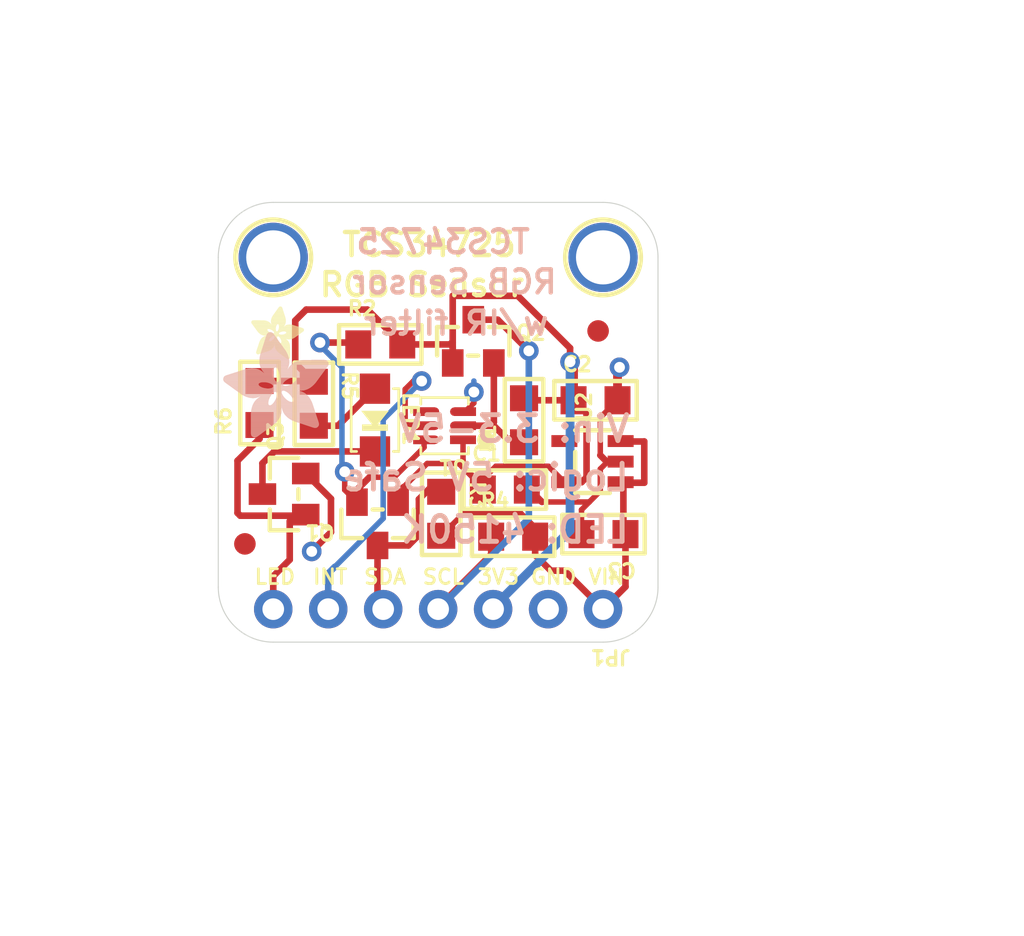
<source format=kicad_pcb>
(kicad_pcb (version 20241229) (generator "pcbnew") (generator_version "9.0")
  (layers (0 "F.Cu" signal) (2 "B.Cu" signal) (13 "F.Paste" user) (15 "B.Paste" user) (5 "F.SilkS" user "F.Silkscreen") (7 "B.SilkS" user "B.Silkscreen") (1 "F.Mask" user) (3 "B.Mask" user) (25 "Edge.Cuts" user))
  (net 0 "")
  (net 1 "GND")
  (net 2 "SDA_3V")
  (net 3 "SCL_3V")
  (net 4 "SDA_5V")
  (net 5 "SCL_5V")
  (net 6 "VIN")
  (net 7 "INT")
  (net 8 "N$1")
  (net 9 "N$2")
  (net 10 "LED_EN")
  (net 11 "+3V3")
  (footprint "_0805" (layer "F.Cu") (at 151.5831 108.1136)
    (property "Reference" "C1" (at -1.5875 -1.27 0) (layer "F.SilkS") (effects (font (size 0.666496 0.666496) (thickness 0.146304)) (justify left bottom)))
    (property "Value" "0.1µF")
    (pad "1" smd rect (at -1.016 0) (size 1.2 1.3) (layers "F.Cu" "F.Mask" "F.Paste") (net 11 "+3V3"))
    (pad "2" smd rect (at 1.016 0) (size 1.2 1.3) (layers "F.Cu" "F.Mask" "F.Paste") (net 1 "GND"))
  )
  (footprint "_0805" (layer "F.Cu") (at 151.9681 110.2906)
    (property "Reference" "R4" (at -1.5875 -1.27 0) (layer "F.SilkS") (effects (font (size 0.666496 0.666496) (thickness 0.146304)) (justify left bottom)))
    (property "Value" "10K")
    (pad "1" smd rect (at -1.016 0) (size 1.2 1.3) (layers "F.Cu" "F.Mask" "F.Paste") (net 5 "SCL_5V"))
    (pad "2" smd rect (at 1.016 0) (size 1.2 1.3) (layers "F.Cu" "F.Mask" "F.Paste") (net 6 "VIN"))
  )
  (footprint "_0805" (layer "F.Cu") (at 155.7741 103.9866)
    (property "Reference" "C2" (at -1.5875 -1.27 0) (layer "F.SilkS") (effects (font (size 0.666496 0.666496) (thickness 0.146304)) (justify left bottom)))
    (property "Value" "10µF")
    (pad "1" smd rect (at -1.016 0) (size 1.2 1.3) (layers "F.Cu" "F.Mask" "F.Paste") (net 11 "+3V3"))
    (pad "2" smd rect (at 1.016 0) (size 1.2 1.3) (layers "F.Cu" "F.Mask" "F.Paste") (net 1 "GND"))
  )
  (footprint "_0805" (layer "F.Cu") (at 142.7561 104.1486 -90)
    (property "Reference" "R5" (at -1.5875 -1.27 270) (layer "F.SilkS") (effects (font (size 0.666496 0.666496) (thickness 0.146304)) (justify left bottom)))
    (property "Value" "TBD")
    (pad "1" smd rect (at -1.016 0 270) (size 1.2 1.3) (layers "F.Cu" "F.Mask" "F.Paste") (net 11 "+3V3"))
    (pad "2" smd rect (at 1.016 0 270) (size 1.2 1.3) (layers "F.Cu" "F.Mask" "F.Paste") (net 9 "N$2"))
  )
  (footprint "1X07_ROUND_70" (layer "F.Cu") (at 148.5011 113.6396 180)
    (property "Reference" "JP1" (at -8.9662 -1.8288 180) (layer "F.SilkS") (effects (font (size 0.666496 0.666496) (thickness 0.146304)) (justify left bottom)))
    (property "Value" "")
    (pad "1" thru_hole circle (at -7.62 0 270) (size 1.778 1.778) (drill 1) (layers "*.Cu" "*.Mask") (net 6 "VIN"))
    (pad "2" thru_hole circle (at -5.08 0 270) (size 1.778 1.778) (drill 1) (layers "*.Cu" "*.Mask") (net 1 "GND"))
    (pad "3" thru_hole circle (at -2.54 0 270) (size 1.778 1.778) (drill 1) (layers "*.Cu" "*.Mask") (net 11 "+3V3"))
    (pad "4" thru_hole circle (at 0 0 270) (size 1.778 1.778) (drill 1) (layers "*.Cu" "*.Mask") (net 5 "SCL_5V"))
    (pad "5" thru_hole circle (at 2.54 0 270) (size 1.778 1.778) (drill 1) (layers "*.Cu" "*.Mask") (net 4 "SDA_5V"))
    (pad "6" thru_hole circle (at 5.08 0 270) (size 1.778 1.778) (drill 1) (layers "*.Cu" "*.Mask") (net 7 "INT"))
    (pad "7" thru_hole circle (at 7.62 0 270) (size 1.778 1.778) (drill 1) (layers "*.Cu" "*.Mask") (net 10 "LED_EN"))
  )
  (footprint "TCS3472_FN6" (layer "F.Cu") (at 148.8011 105.1636 180)
    (property "Reference" "U1" (at -1.143 -1.52 180) (layer "F.SilkS") (effects (font (size 0.666496 0.666496) (thickness 0.146304)) (justify left bottom)))
    (property "Value" "TCS34725")
    (fp_poly (pts (xy 1.45 0.85) (xy 0.443417 0.85) (xy 0.349118 0.824733) (xy 0.275267 0.750882) (xy 0.248236 0.65) (xy 0.275267 0.549118) (xy 0.349118 0.475267) (xy 0.443417 0.45) (xy 1.45 0.45)) (fill yes) (layer "F.Cu"))
    (fp_poly (pts (xy 1.45 0.2) (xy 0.443417 0.2) (xy 0.349118 0.174733) (xy 0.275267 0.100882) (xy 0.248236 0) (xy 0.275267 -0.100882) (xy 0.349118 -0.174733) (xy 0.443417 -0.2) (xy 1.45 -0.2)) (fill yes) (layer "F.Cu"))
    (fp_poly (pts (xy 1.45 -0.45) (xy 0.443417 -0.45) (xy 0.349118 -0.475267) (xy 0.275267 -0.549118) (xy 0.248236 -0.65) (xy 0.275267 -0.750882) (xy 0.349118 -0.824733) (xy 0.443417 -0.85) (xy 1.45 -0.85)) (fill yes) (layer "F.Cu"))
    (fp_poly (pts (xy -0.349118 0.475267) (xy -0.275267 0.549118) (xy -0.248236 0.65) (xy -0.275267 0.750882) (xy -0.349118 0.824733) (xy -0.443417 0.85) (xy -1.45 0.85) (xy -1.45 0.45) (xy -0.443417 0.45)) (fill yes) (layer "F.Cu"))
    (fp_poly (pts (xy -0.349118 -0.174733) (xy -0.275267 -0.100882) (xy -0.248236 0) (xy -0.275267 0.100882) (xy -0.349118 0.174733) (xy -0.443417 0.2) (xy -1.45 0.2) (xy -1.45 -0.2) (xy -0.443417 -0.2)) (fill yes) (layer "F.Cu"))
    (pad "P$1" smd rect (at -0.85 -0.65 180) (size 1.2 0.4) (layers "F.Cu" "F.Mask" "F.Paste") (net 11 "+3V3"))
    (pad "P$2" smd rect (at -0.95 0 180) (size 1 0.4) (layers "F.Cu" "F.Mask" "F.Paste") (net 3 "SCL_3V"))
    (pad "P$3" smd rect (at -0.95 0.65 180) (size 1 0.4) (layers "F.Cu" "F.Mask" "F.Paste") (net 1 "GND"))
    (pad "P$4" smd rect (at 0.95 0.65 180) (size 1 0.4) (layers "F.Cu" "F.Mask" "F.Paste"))
    (pad "P$5" smd rect (at 0.95 0 180) (size 1 0.4) (layers "F.Cu" "F.Mask" "F.Paste") (net 7 "INT"))
    (pad "P$6" smd rect (at 0.95 -0.65 180) (size 1 0.4) (layers "F.Cu" "F.Mask" "F.Paste") (net 2 "SDA_3V"))
  )
  (footprint "_0805" (layer "F.Cu") (at 156.1421 110.1726 180)
    (property "Reference" "C3" (at -1.5875 -1.27 180) (layer "F.SilkS") (effects (font (size 0.666496 0.666496) (thickness 0.146304)) (justify left bottom)))
    (property "Value" "10µF")
    (pad "1" smd rect (at -1.016 0 180) (size 1.2 1.3) (layers "F.Cu" "F.Mask" "F.Paste") (net 6 "VIN"))
    (pad "2" smd rect (at 1.016 0 180) (size 1.2 1.3) (layers "F.Cu" "F.Mask" "F.Paste") (net 1 "GND"))
  )
  (footprint "MOUNTINGHOLE_2.5_PLATED" (layer "F.Cu") (at 156.1211 97.3836 180)
    (property "Reference" "U$14" (hide yes))
    (property "Value" "MOUNTINGHOLE2.5" (hide yes))
    (pad "P$1" thru_hole circle (at 0 0 180) (size 3.2 3.2) (drill 2.5) (layers "*.Cu" "*.Mask"))
  )
  (footprint "EVERLIGHT_45-21" (layer "F.Cu") (at 145.5821 104.9016 -90)
    (property "Reference" "LED1" (at -1.375 -1.25 270) (layer "F.SilkS") (effects (font (size 0.666496 0.666496) (thickness 0.146304)) (justify left bottom)))
    (property "Value" "45-21/LK2C-B38452C4CB2/2T")
    (pad "A" smd rect (at -1.45 0 270) (size 1.4 1.4) (layers "F.Cu" "F.Mask" "F.Paste") (net 9 "N$2"))
    (pad "K" smd rect (at 1.45 0 270) (size 1.4 1.4) (layers "F.Cu" "F.Mask" "F.Paste") (net 8 "N$1"))
  )
  (footprint "SOT23-WIDE" (layer "F.Cu") (at 141.3821 108.3216 90)
    (property "Reference" "Q3" (at 1.905 0 90) (layer "F.SilkS") (effects (font (size 0.666496 0.666496) (thickness 0.146304)) (justify left bottom)))
    (property "Value" "BSS138")
    (pad "1" smd rect (at -0.95 1 90) (size 1 1.27) (layers "F.Cu" "F.Mask" "F.Paste") (net 10 "LED_EN"))
    (pad "2" smd rect (at 0.95 1 90) (size 1 1.27) (layers "F.Cu" "F.Mask" "F.Paste") (net 1 "GND"))
    (pad "3" smd rect (at 0 -1 90) (size 1 1.27) (layers "F.Cu" "F.Mask" "F.Paste") (net 8 "N$1"))
  )
  (footprint "_0805" (layer "F.Cu") (at 140.2461 104.1146 90)
    (property "Reference" "R6" (at -1.5875 -1.27 90) (layer "F.SilkS") (effects (font (size 0.666496 0.666496) (thickness 0.146304)) (justify left bottom)))
    (property "Value" "10K")
    (pad "1" smd rect (at -1.016 0 90) (size 1.2 1.3) (layers "F.Cu" "F.Mask" "F.Paste") (net 10 "LED_EN"))
    (pad "2" smd rect (at 1.016 0 90) (size 1.2 1.3) (layers "F.Cu" "F.Mask" "F.Paste") (net 11 "+3V3"))
  )
  (footprint "_0805" (layer "F.Cu") (at 148.6431 109.2326 -90)
    (property "Reference" "R3" (at -1.5875 -1.27 270) (layer "F.SilkS") (effects (font (size 0.666496 0.666496) (thickness 0.146304)) (justify left bottom)))
    (property "Value" "10K")
    (pad "1" smd rect (at -1.016 0 270) (size 1.2 1.3) (layers "F.Cu" "F.Mask" "F.Paste") (net 4 "SDA_5V"))
    (pad "2" smd rect (at 1.016 0 270) (size 1.2 1.3) (layers "F.Cu" "F.Mask" "F.Paste") (net 6 "VIN"))
  )
  (footprint "FIDUCIAL_1MM" (layer "F.Cu") (at 139.5711 110.6236 180)
    (property "Reference" "FID2" (hide yes))
    (property "Value" "FIDUCIAL\"\"" (hide yes))
    (pad "1" smd roundrect (at 0 0 180) (size 1 1) (layers "F.Cu") (roundrect_rratio 0.5))
  )
  (footprint "_0805" (layer "F.Cu") (at 145.8271 101.4066)
    (property "Reference" "R2" (at -1.5875 -1.27 0) (layer "F.SilkS") (effects (font (size 0.666496 0.666496) (thickness 0.146304)) (justify left bottom)))
    (property "Value" "10K")
    (pad "1" smd rect (at -1.016 0) (size 1.2 1.3) (layers "F.Cu" "F.Mask" "F.Paste") (net 2 "SDA_3V"))
    (pad "2" smd rect (at 1.016 0) (size 1.2 1.3) (layers "F.Cu" "F.Mask" "F.Paste") (net 11 "+3V3"))
  )
  (footprint "SOT23-WIDE" (layer "F.Cu") (at 145.7001 109.6956 180)
    (property "Reference" "Q1" (at 1.905 0 180) (layer "F.SilkS") (effects (font (size 0.666496 0.666496) (thickness 0.146304)) (justify left bottom)))
    (property "Value" "BSS138")
    (pad "1" smd rect (at -0.95 1 180) (size 1 1.27) (layers "F.Cu" "F.Mask" "F.Paste") (net 11 "+3V3"))
    (pad "2" smd rect (at 0.95 1 180) (size 1 1.27) (layers "F.Cu" "F.Mask" "F.Paste") (net 2 "SDA_3V"))
    (pad "3" smd rect (at 0 -1 180) (size 1 1.27) (layers "F.Cu" "F.Mask" "F.Paste") (net 4 "SDA_5V"))
  )
  (footprint "FIDUCIAL_1MM" (layer "F.Cu") (at 155.8931 100.7836 180)
    (property "Reference" "FID1" (hide yes))
    (property "Value" "FIDUCIAL\"\"" (hide yes))
    (pad "1" smd roundrect (at 0 0 180) (size 1 1) (layers "F.Cu") (roundrect_rratio 0.5))
  )
  (footprint "SOT23-5" (layer "F.Cu") (at 155.6341 106.8226 90)
    (property "Reference" "U2" (at 1.778 0 90) (layer "F.SilkS") (effects (font (size 0.666496 0.666496) (thickness 0.146304)) (justify left bottom)))
    (property "Value" "RT9193")
    (pad "1" smd rect (at -0.95 1.3001 90) (size 0.55 1.2) (layers "F.Cu" "F.Mask" "F.Paste") (net 6 "VIN"))
    (pad "2" smd rect (at 0 1.3001 90) (size 0.55 1.2) (layers "F.Cu" "F.Mask" "F.Paste") (net 1 "GND"))
    (pad "3" smd rect (at 0.95 1.3001 90) (size 0.55 1.2) (layers "F.Cu" "F.Mask" "F.Paste") (net 6 "VIN"))
    (pad "4" smd rect (at 0.95 -1.3001 90) (size 0.55 1.2) (layers "F.Cu" "F.Mask" "F.Paste"))
    (pad "5" smd rect (at -0.95 -1.3001 90) (size 0.55 1.2) (layers "F.Cu" "F.Mask" "F.Paste") (net 11 "+3V3"))
  )
  (footprint "ADAFRUIT_2.5MM" (layer "F.Cu") (at 139.8651 102.0826)
    (property "Reference" "U$2" (hide yes))
    (property "Value" "" (hide yes))
  )
  (footprint "MOUNTINGHOLE_2.5_PLATED" (layer "F.Cu") (at 140.8811 97.3836 180)
    (property "Reference" "U$8" (hide yes))
    (property "Value" "MOUNTINGHOLE2.5" (hide yes))
    (pad "P$1" thru_hole circle (at 0 0 180) (size 3.2 3.2) (drill 2.5) (layers "*.Cu" "*.Mask"))
  )
  (footprint "_0805" (layer "F.Cu") (at 152.4711 104.9106 90)
    (property "Reference" "R1" (at -1.5875 -1.27 90) (layer "F.SilkS") (effects (font (size 0.666496 0.666496) (thickness 0.146304)) (justify left bottom)))
    (property "Value" "10K")
    (pad "1" smd rect (at -1.016 0 90) (size 1.2 1.3) (layers "F.Cu" "F.Mask" "F.Paste") (net 3 "SCL_3V"))
    (pad "2" smd rect (at 1.016 0 90) (size 1.2 1.3) (layers "F.Cu" "F.Mask" "F.Paste") (net 11 "+3V3"))
  )
  (footprint "SOT23-WIDE" (layer "F.Cu") (at 150.1251 101.2636)
    (property "Reference" "Q2" (at 1.905 0 0) (layer "F.SilkS") (effects (font (size 0.666496 0.666496) (thickness 0.146304)) (justify left bottom)))
    (property "Value" "BSS138")
    (pad "1" smd rect (at -0.95 1) (size 1 1.27) (layers "F.Cu" "F.Mask" "F.Paste") (net 11 "+3V3"))
    (pad "2" smd rect (at 0.95 1) (size 1 1.27) (layers "F.Cu" "F.Mask" "F.Paste") (net 3 "SCL_3V"))
    (pad "3" smd rect (at 0 -1) (size 1 1.27) (layers "F.Cu" "F.Mask" "F.Paste") (net 5 "SCL_5V"))
  )
  (footprint "ADAFRUIT_5MM" (layer "B.Cu") (at 143.4401 105.7026 180)
    (property "Reference" "U$18" (hide yes))
    (property "Value" "" (hide yes))
  )
  (gr_arc (start 158.6611 112.6236) (mid 157.917151 114.419651) (end 156.1211 115.1636) (stroke (width 0.05)) (layer "Edge.Cuts"))
  (gr_line (start 138.3411 97.3836) (end 138.3411 112.6236) (stroke (width 0.05)) (layer "Edge.Cuts"))
  (gr_arc (start 156.1211 94.8436) (mid 157.917151 95.587549) (end 158.6611 97.3836) (stroke (width 0.05)) (layer "Edge.Cuts"))
  (gr_line (start 158.6611 112.6236) (end 158.6611 97.3836) (stroke (width 0.05)) (layer "Edge.Cuts"))
  (gr_arc (start 140.8811 115.1636) (mid 139.085049 114.419651) (end 138.3411 112.6236) (stroke (width 0.05)) (layer "Edge.Cuts"))
  (gr_line (start 140.8811 115.1636) (end 156.1211 115.1636) (stroke (width 0.05)) (layer "Edge.Cuts"))
  (gr_arc (start 138.3411 97.3836) (mid 139.085049 95.587549) (end 140.8811 94.8436) (stroke (width 0.05)) (layer "Edge.Cuts"))
  (gr_line (start 156.1211 94.8436) (end 140.8811 94.8436) (stroke (width 0.05)) (layer "Edge.Cuts"))
  (gr_text "RGB Sensor" (at 142.9171 99.2716 0) (layer "F.SilkS") (effects (font (size 1.0668 1.0668) (thickness 0.2032)) (justify left bottom)))
  (gr_text "SDA" (at 145.0071 112.5446 0) (layer "F.SilkS") (effects (font (size 0.682752 0.682752) (thickness 0.130048)) (justify left bottom)))
  (gr_text "SCL" (at 147.7141 112.5446 0) (layer "F.SilkS") (effects (font (size 0.682752 0.682752) (thickness 0.130048)) (justify left bottom)))
  (gr_text "3V3" (at 150.2611 112.5446 0) (layer "F.SilkS") (effects (font (size 0.682752 0.682752) (thickness 0.130048)) (justify left bottom)))
  (gr_text "VIN" (at 155.3741 112.5446 0) (layer "F.SilkS") (effects (font (size 0.682752 0.682752) (thickness 0.130048)) (justify left bottom)))
  (gr_text "LED" (at 139.9471 112.5446 0) (layer "F.SilkS") (effects (font (size 0.682752 0.682752) (thickness 0.130048)) (justify left bottom)))
  (gr_text "GND" (at 152.7141 112.5446 0) (layer "F.SilkS") (effects (font (size 0.682752 0.682752) (thickness 0.130048)) (justify left bottom)))
  (gr_text "INT" (at 142.6471 112.5446 0) (layer "F.SilkS") (effects (font (size 0.682752 0.682752) (thickness 0.130048)) (justify left bottom)))
  (gr_text "TCS34725" (at 143.9601 97.4176 0) (layer "F.SilkS") (effects (font (size 1.0668 1.0668) (thickness 0.2032)) (justify left bottom)))
  (gr_text "w/IR filter" (at 153.7121 101.0496 -0) (layer "B.SilkS") (effects (font (size 1.0668 1.0668) (thickness 0.2032)) (justify left bottom mirror)))
  (gr_text "RGB Sensor" (at 154.0931 99.1446 -0) (layer "B.SilkS") (effects (font (size 1.0668 1.0668) (thickness 0.2032)) (justify left bottom mirror)))
  (gr_text "Logic: 5V Safe" (at 157.4361 108.2506 -0) (layer "B.SilkS") (effects (font (size 1.194816 1.194816) (thickness 0.227584)) (justify left bottom mirror)))
  (gr_text "LED: 4150K" (at 157.4361 110.6636 -0) (layer "B.SilkS") (effects (font (size 1.194816 1.194816) (thickness 0.227584)) (justify left bottom mirror)))
  (gr_text "TCS34725" (at 152.8501 97.2906 -0) (layer "B.SilkS") (effects (font (size 1.0668 1.0668) (thickness 0.2032)) (justify left bottom mirror)))
  (gr_text "Vin: 3.3-5V" (at 157.4681 106.0046 -0) (layer "B.SilkS") (effects (font (size 1.194816 1.194816) (thickness 0.227584)) (justify left bottom mirror)))
  (segment (start 153.2991 108.6866) (end 155.4861 108.6866) (width 0.254) (layer "F.Cu") (net 1))
  (segment (start 152.8531 108.2406) (end 152.5991 108.1136) (width 0.3048) (layer "F.Cu") (net 1))
  (segment (start 156.9342 106.8226) (end 156.4161 106.8226) (width 0.254) (layer "F.Cu") (net 1))
  (segment (start 149.7511 104.5136) (end 150.1521 104.1126) (width 0.254) (layer "F.Cu") (net 1))
  (segment (start 156.2891 106.8226) (end 155.9941 106.5276) (width 0.3048) (layer "F.Cu") (net 1))
  (segment (start 156.8831 102.4636) (end 156.7901 102.5566) (width 0.4064) (layer "F.Cu") (net 1))
  (segment (start 155.1261 109.0466) (end 155.1261 110.1726) (width 0.254) (layer "F.Cu") (net 1))
  (segment (start 155.9941 104.7826) (end 156.7901 103.9866) (width 0.254) (layer "F.Cu") (net 1))
  (segment (start 153.2991 108.6866) (end 152.8531 108.2406) (width 0.3048) (layer "F.Cu") (net 1))
  (segment (start 150.1521 104.1126) (end 150.1521 103.6066) (width 0.254) (layer "F.Cu") (net 1))
  (segment (start 155.9941 107.1626) (end 155.9941 108.1786) (width 0.254) (layer "F.Cu") (net 1))
  (segment (start 156.3341 106.8226) (end 155.9941 107.1626) (width 0.254) (layer "F.Cu") (net 1))
  (segment (start 156.7901 102.5566) (end 156.7901 103.9866) (width 0.4064) (layer "F.Cu") (net 1))
  (segment (start 142.3821 107.3716) (end 143.5481 108.5376) (width 0.3048) (layer "F.Cu") (net 1))
  (segment (start 155.9941 106.5276) (end 155.9941 104.7826) (width 0.254) (layer "F.Cu") (net 1))
  (segment (start 156.4161 106.8226) (end 156.2891 106.8226) (width 0.3048) (layer "F.Cu") (net 1))
  (segment (start 143.5481 108.5376) (end 143.5481 110.0836) (width 0.3048) (layer "F.Cu") (net 1))
  (segment (start 156.4161 106.8226) (end 156.3341 106.8226) (width 0.254) (layer "F.Cu") (net 1))
  (segment (start 155.4861 108.6866) (end 155.1261 109.0466) (width 0.254) (layer "F.Cu") (net 1))
  (segment (start 155.9941 108.1786) (end 155.4861 108.6866) (width 0.254) (layer "F.Cu") (net 1))
  (segment (start 143.5481 110.0836) (end 142.6591 110.9726) (width 0.3048) (layer "F.Cu") (net 1))
  (via (at 150.1521 103.6066) (size 0.9064) (drill 0.5) (layers "F.Cu" "B.Cu") (net 1))
  (via (at 142.6591 110.9726) (size 0.9064) (drill 0.5) (layers "F.Cu" "B.Cu") (net 1))
  (via (at 156.8831 102.4636) (size 0.9064) (drill 0.5) (layers "F.Cu" "B.Cu") (net 1))
  (segment (start 150.1521 103.6066) (end 150.1521 103.0986) (width 0.254) (layer "B.Cu") (net 1))
  (segment (start 142.6591 110.9726) (end 142.5321 111.0996) (width 0.3048) (layer "B.Cu") (net 1))
  (segment (start 142.5321 111.0996) (end 142.7861 111.0996) (width 0.3048) (layer "B.Cu") (net 1))
  (segment (start 143.0401 101.3206) (end 144.7251 101.3206) (width 0.3048) (layer "F.Cu") (net 2))
  (segment (start 145.3261 107.5436) (end 146.4691 107.5436) (width 0.254) (layer "F.Cu") (net 2))
  (segment (start 147.8511 106.1616) (end 147.8511 105.8136) (width 0.254) (layer "F.Cu") (net 2))
  (segment (start 144.1831 108.1286) (end 144.7501 108.6956) (width 0.254) (layer "F.Cu") (net 2))
  (segment (start 144.7501 108.1196) (end 144.7501 108.6956) (width 0.3048) (layer "F.Cu") (net 2))
  (segment (start 144.7501 108.6956) (end 144.7501 108.6276) (width 0.254) (layer "F.Cu") (net 2))
  (segment (start 144.1831 107.2896) (end 144.1831 108.1286) (width 0.254) (layer "F.Cu") (net 2))
  (segment (start 144.7251 101.3206) (end 144.8111 101.4066) (width 0.3048) (layer "F.Cu") (net 2))
  (segment (start 145.3261 107.5436) (end 144.7501 108.1196) (width 0.3048) (layer "F.Cu") (net 2))
  (segment (start 146.4691 107.5436) (end 147.8511 106.1616) (width 0.254) (layer "F.Cu") (net 2))
  (via (at 143.0401 101.3206) (size 0.9064) (drill 0.5) (layers "F.Cu" "B.Cu") (net 2))
  (via (at 144.1831 107.2896) (size 0.9064) (drill 0.5) (layers "F.Cu" "B.Cu") (net 2))
  (segment (start 143.0401 101.3206) (end 143.0401 101.4476) (width 0.254) (layer "B.Cu") (net 2))
  (segment (start 143.0401 101.4476) (end 144.0561 102.4636) (width 0.254) (layer "B.Cu") (net 2))
  (segment (start 144.0561 107.1626) (end 144.1831 107.2896) (width 0.254) (layer "B.Cu") (net 2))
  (segment (start 144.0561 102.4636) (end 144.0561 107.1626) (width 0.254) (layer "B.Cu") (net 2))
  (segment (start 151.0751 105.0026) (end 150.9141 105.1636) (width 0.3048) (layer "F.Cu") (net 3))
  (segment (start 151.0751 102.2636) (end 151.0751 105.0026) (width 0.3048) (layer "F.Cu") (net 3))
  (segment (start 152.6321 105.7656) (end 152.4711 105.9266) (width 0.3048) (layer "F.Cu") (net 3))
  (segment (start 151.6761 105.7656) (end 152.6321 105.7656) (width 0.3048) (layer "F.Cu") (net 3))
  (segment (start 149.7511 105.1636) (end 150.9141 105.1636) (width 0.3048) (layer "F.Cu") (net 3))
  (segment (start 151.0741 105.1636) (end 151.6761 105.7656) (width 0.3048) (layer "F.Cu") (net 3))
  (segment (start 150.9141 105.1636) (end 151.0741 105.1636) (width 0.3048) (layer "F.Cu") (net 3))
  (segment (start 145.7001 113.3786) (end 145.7001 110.6956) (width 0.3048) (layer "F.Cu") (net 4))
  (segment (start 147.6121 110.2106) (end 147.6121 108.5596) (width 0.3048) (layer "F.Cu") (net 4))
  (segment (start 148.4781 108.0516) (end 148.6431 108.2166) (width 0.3048) (layer "F.Cu") (net 4))
  (segment (start 147.6121 108.5596) (end 148.1201 108.0516) (width 0.3048) (layer "F.Cu") (net 4))
  (segment (start 148.1201 108.0516) (end 148.4781 108.0516) (width 0.3048) (layer "F.Cu") (net 4))
  (segment (start 145.7001 113.3786) (end 145.9611 113.6396) (width 0.3048) (layer "F.Cu") (net 4))
  (segment (start 145.7001 110.6956) (end 147.1271 110.6956) (width 0.3048) (layer "F.Cu") (net 4))
  (segment (start 147.1271 110.6956) (end 147.6121 110.2106) (width 0.3048) (layer "F.Cu") (net 4))
  (segment (start 150.9521 111.1126) (end 148.5011 113.5636) (width 0.3048) (layer "F.Cu") (net 5))
  (segment (start 148.5011 113.5636) (end 148.5011 113.6396) (width 0.3048) (layer "F.Cu") (net 5))
  (segment (start 151.2541 100.2636) (end 152.6921 101.7016) (width 0.3048) (layer "F.Cu") (net 5))
  (segment (start 150.1251 100.2636) (end 151.2541 100.2636) (width 0.3048) (layer "F.Cu") (net 5))
  (segment (start 150.9521 111.1126) (end 150.9521 110.2906) (width 0.3048) (layer "F.Cu") (net 5))
  (via (at 152.6921 101.7016) (size 0.9064) (drill 0.5) (layers "F.Cu" "B.Cu") (net 5))
  (segment (start 152.6921 109.4486) (end 148.5011 113.6396) (width 0.3048) (layer "B.Cu") (net 5))
  (segment (start 152.6921 101.7016) (end 152.6921 109.4486) (width 0.3048) (layer "B.Cu") (net 5))
  (segment (start 152.9841 111.1376) (end 153.7081 111.8616) (width 0.3048) (layer "F.Cu") (net 6))
  (segment (start 154.3431 111.8616) (end 156.1211 113.6396) (width 0.3048) (layer "F.Cu") (net 6))
  (segment (start 156.9342 105.8726) (end 157.2752 105.8726) (width 0.3048) (layer "F.Cu") (net 6))
  (segment (start 152.9841 109.8676) (end 152.9841 110.2906) (width 0.254) (layer "F.Cu") (net 6))
  (segment (start 157.2952 105.8926) (end 158.0261 105.8926) (width 0.3048) (layer "F.Cu") (net 6))
  (segment (start 157.1581 112.6026) (end 157.1581 110.1726) (width 0.3048) (layer "F.Cu") (net 6))
  (segment (start 157.1581 112.6026) (end 156.1211 113.6396) (width 0.3048) (layer "F.Cu") (net 6))
  (segment (start 156.9592 107.7976) (end 156.9342 107.7726) (width 0.3048) (layer "F.Cu") (net 6))
  (segment (start 157.0612 110.0757) (end 157.1581 110.1726) (width 0.3048) (layer "F.Cu") (net 6))
  (segment (start 157.2752 105.8726) (end 157.2952 105.8926) (width 0.3048) (layer "F.Cu") (net 6))
  (segment (start 152.3111 109.1946) (end 152.9841 109.8676) (width 0.254) (layer "F.Cu") (net 6))
  (segment (start 158.0261 105.8926) (end 158.0261 107.7976) (width 0.3048) (layer "F.Cu") (net 6))
  (segment (start 157.0612 107.8996) (end 157.0612 110.0757) (width 0.3048) (layer "F.Cu") (net 6))
  (segment (start 153.7081 111.8616) (end 154.3431 111.8616) (width 0.3048) (layer "F.Cu") (net 6))
  (segment (start 158.0261 107.7976) (end 156.9592 107.7976) (width 0.3048) (layer "F.Cu") (net 6))
  (segment (start 152.9841 110.2906) (end 152.9841 111.1376) (width 0.3048) (layer "F.Cu") (net 6))
  (segment (start 148.6431 110.2486) (end 149.6971 109.1946) (width 0.254) (layer "F.Cu") (net 6))
  (segment (start 149.6971 109.1946) (end 152.3111 109.1946) (width 0.254) (layer "F.Cu") (net 6))
  (segment (start 157.0612 107.8996) (end 156.9342 107.7726) (width 0.3048) (layer "F.Cu") (net 6))
  (segment (start 147.8181 105.1306) (end 147.1041 105.1306) (width 0.254) (layer "F.Cu") (net 7))
  (segment (start 147.3581 103.0986) (end 147.7391 103.0986) (width 0.254) (layer "F.Cu") (net 7))
  (segment (start 147.8511 105.1636) (end 147.8181 105.1306) (width 0.254) (layer "F.Cu") (net 7))
  (segment (start 147.1041 105.1306) (end 146.9771 105.0036) (width 0.254) (layer "F.Cu") (net 7))
  (segment (start 146.9771 105.0036) (end 146.9771 103.4796) (width 0.254) (layer "F.Cu") (net 7))
  (segment (start 146.9771 103.4796) (end 147.3581 103.0986) (width 0.254) (layer "F.Cu") (net 7))
  (via (at 147.7391 103.0986) (size 0.9064) (drill 0.5) (layers "F.Cu" "B.Cu") (net 7))
  (segment (start 143.4211 111.9886) (end 143.4211 113.6396) (width 0.3048) (layer "B.Cu") (net 7))
  (segment (start 145.9611 109.4486) (end 143.7211 111.6886) (width 0.254) (layer "B.Cu") (net 7))
  (segment (start 145.9611 104.8766) (end 145.9611 109.4486) (width 0.254) (layer "B.Cu") (net 7))
  (segment (start 143.7211 111.6886) (end 143.4211 111.9886) (width 0.3048) (layer "B.Cu") (net 7))
  (segment (start 147.7391 103.0986) (end 145.9611 104.8766) (width 0.254) (layer "B.Cu") (net 7))
  (segment (start 140.3821 106.8996) (end 140.9301 106.3516) (width 0.3048) (layer "F.Cu") (net 8))
  (segment (start 140.3821 108.3216) (end 140.3821 106.8996) (width 0.3048) (layer "F.Cu") (net 8))
  (segment (start 140.9301 106.3516) (end 145.5821 106.3516) (width 0.3048) (layer "F.Cu") (net 8))
  (segment (start 142.7561 105.1646) (end 143.8691 105.1646) (width 0.3048) (layer "F.Cu") (net 9))
  (segment (start 143.8691 105.1646) (end 145.5821 103.4516) (width 0.3048) (layer "F.Cu") (net 9))
  (segment (start 140.2461 105.7656) (end 140.2461 105.1306) (width 0.3048) (layer "F.Cu") (net 10))
  (segment (start 140.8811 112.1156) (end 141.6431 111.3536) (width 0.3048) (layer "F.Cu") (net 10))
  (segment (start 140.8811 113.6396) (end 140.8811 112.1156) (width 0.3048) (layer "F.Cu") (net 10))
  (segment (start 139.2301 109.1946) (end 139.2301 106.7816) (width 0.3048) (layer "F.Cu") (net 10))
  (segment (start 141.8971 109.3216) (end 139.3571 109.3216) (width 0.3048) (layer "F.Cu") (net 10))
  (segment (start 142.3821 109.2716) (end 142.3321 109.3216) (width 0.3048) (layer "F.Cu") (net 10))
  (segment (start 142.3321 109.3216) (end 141.8971 109.3216) (width 0.3048) (layer "F.Cu") (net 10))
  (segment (start 139.2301 106.7816) (end 140.2461 105.7656) (width 0.3048) (layer "F.Cu") (net 10))
  (segment (start 141.6431 109.5756) (end 141.8971 109.3216) (width 0.3048) (layer "F.Cu") (net 10))
  (segment (start 139.3571 109.3216) (end 139.2301 109.1946) (width 0.3048) (layer "F.Cu") (net 10))
  (segment (start 141.6431 111.3536) (end 141.6431 109.5756) (width 0.3048) (layer "F.Cu") (net 10))
  (segment (start 153.597 107.0356) (end 151.1681 107.0356) (width 0.254) (layer "F.Cu") (net 11))
  (segment (start 149.4891 106.9086) (end 150.6941 108.1136) (width 0.3048) (layer "F.Cu") (net 11))
  (segment (start 142.7561 103.1326) (end 141.8971 102.2736) (width 0.3048) (layer "F.Cu") (net 11))
  (segment (start 147.9931 106.9086) (end 149.4891 106.9086) (width 0.254) (layer "F.Cu") (net 11))
  (segment (start 149.1751 99.1616) (end 152.1841 99.1616) (width 0.3048) (layer "F.Cu") (net 11))
  (segment (start 145.2331 99.7966) (end 146.8431 101.4066) (width 0.3048) (layer "F.Cu") (net 11))
  (segment (start 150.6941 108.1136) (end 150.5671 108.1136) (width 0.3048) (layer "F.Cu") (net 11))
  (segment (start 155.1301 107.7726) (end 154.334 107.7726) (width 0.3048) (layer "F.Cu") (net 11))
  (segment (start 154.5971 102.2096) (end 154.7581 102.3706) (width 0.4064) (layer "F.Cu") (net 11))
  (segment (start 149.1751 101.3206) (end 149.1751 99.1616) (width 0.3048) (layer "F.Cu") (net 11))
  (segment (start 154.334 107.7726) (end 153.597 107.0356) (width 0.254) (layer "F.Cu") (net 11))
  (segment (start 142.7221 103.0986) (end 142.7561 103.1326) (width 0.3048) (layer "F.Cu") (net 11))
  (segment (start 151.1681 107.0356) (end 150.6601 107.5436) (width 0.254) (layer "F.Cu") (net 11))
  (segment (start 146.9041 108.4416) (end 146.6501 108.6956) (width 0.3048) (layer "F.Cu") (net 11))
  (segment (start 149.1751 101.4866) (end 149.1751 102.2636) (width 0.3048) (layer "F.Cu") (net 11))
  (segment (start 141.8971 102.2736) (end 141.8971 100.3046) (width 0.3048) (layer "F.Cu") (net 11))
  (segment (start 149.1751 102.2636) (end 149.1751 101.3206) (width 0.3048) (layer "F.Cu") (net 11))
  (segment (start 141.8971 100.3046) (end 142.4051 99.7966) (width 0.3048) (layer "F.Cu") (net 11))
  (segment (start 155.3591 104.5876) (end 155.3591 107.5436) (width 0.3048) (layer "F.Cu") (net 11))
  (segment (start 149.6511 106.7466) (end 149.4891 106.9086) (width 0.254) (layer "F.Cu") (net 11))
  (segment (start 149.1361 101.3206) (end 149.1751 101.3206) (width 0.3048) (layer "F.Cu") (net 11))
  (segment (start 154.7581 103.9866) (end 155.3591 104.5876) (width 0.3048) (layer "F.Cu") (net 11))
  (segment (start 152.4711 103.8946) (end 152.5631 103.9866) (width 0.3048) (layer "F.Cu") (net 11))
  (segment (start 154.5971 101.5746) (end 154.5971 102.2096) (width 0.3048) (layer "F.Cu") (net 11))
  (segment (start 150.5671 107.6706) (end 150.5671 108.1136) (width 0.254) (layer "F.Cu") (net 11))
  (segment (start 150.6601 107.5436) (end 150.5671 107.6706) (width 0.254) (layer "F.Cu") (net 11))
  (segment (start 146.8431 101.4066) (end 149.0501 101.4066) (width 0.3048) (layer "F.Cu") (net 11))
  (segment (start 149.0501 101.4066) (end 149.1361 101.3206) (width 0.3048) (layer "F.Cu") (net 11))
  (segment (start 146.9041 107.9976) (end 146.9041 108.4416) (width 0.3048) (layer "F.Cu") (net 11))
  (segment (start 149.6511 105.8136) (end 149.6511 106.7466) (width 0.254) (layer "F.Cu") (net 11))
  (segment (start 154.7581 102.3706) (end 154.7581 103.9866) (width 0.4064) (layer "F.Cu") (net 11))
  (segment (start 155.3591 107.5436) (end 155.1301 107.7726) (width 0.3048) (layer "F.Cu") (net 11))
  (segment (start 142.4051 99.7966) (end 145.2331 99.7966) (width 0.3048) (layer "F.Cu") (net 11))
  (segment (start 146.9041 107.9976) (end 147.9931 106.9086) (width 0.254) (layer "F.Cu") (net 11))
  (segment (start 152.5631 103.9866) (end 154.7581 103.9866) (width 0.3048) (layer "F.Cu") (net 11))
  (segment (start 140.2461 103.0986) (end 142.7221 103.0986) (width 0.3048) (layer "F.Cu") (net 11))
  (segment (start 154.5971 101.5746) (end 152.1841 99.1616) (width 0.3048) (layer "F.Cu") (net 11))
  (via (at 154.5971 102.2096) (size 0.9064) (drill 0.5) (layers "F.Cu" "B.Cu") (net 11))
  (segment (start 154.5971 110.0076) (end 151.0411 113.5636) (width 0.4064) (layer "B.Cu") (net 11))
  (segment (start 154.5971 110.0076) (end 154.5971 102.2096) (width 0.4064) (layer "B.Cu") (net 11))
  (segment (start 151.0411 113.5636) (end 151.0411 113.6396) (width 0.4064) (layer "B.Cu") (net 11))
)
</source>
